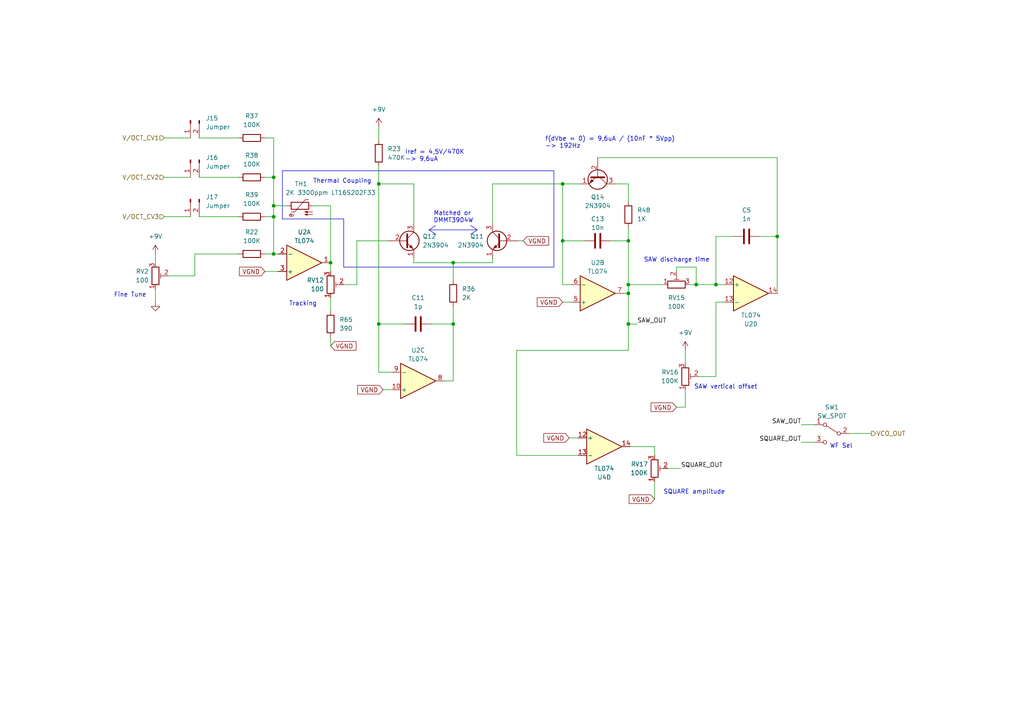
<source format=kicad_sch>
(kicad_sch (version 20230121) (generator eeschema)
  (paper "A4")
  (title_block (title "Liv Synth - VCO") (date "2022-07-18") (rev "${Version}") (company "SloBlo Labs"))
  (lib_symbols
    (symbol "Amplifier_Operational:TL074" (pin_names (offset 0.127))
      (property "Reference" "U" (at 0 5.08 0))
      (property "Value" "TL074" (at 0 -5.08 0))
      (symbol "TL074_1_1"
        (polyline (pts (xy -5.08 5.08) (xy 5.08 0) (xy -5.08 -5.08) (xy -5.08 5.08)) (stroke (width 0.254)) (fill (type background)))
        (pin output line (at 7.62 0 180) (length 2.54) (name "~") (number "1"))
        (pin input line (at -7.62 -2.54 0) (length 2.54) (name "-") (number "2"))
        (pin input line (at -7.62 2.54 0) (length 2.54) (name "+") (number "3"))
      )
      (symbol "TL074_2_1"
        (polyline (pts (xy -5.08 5.08) (xy 5.08 0) (xy -5.08 -5.08) (xy -5.08 5.08)) (stroke (width 0.254)) (fill (type background)))
        (pin input line (at -7.62 2.54 0) (length 2.54) (name "+") (number "5"))
        (pin input line (at -7.62 -2.54 0) (length 2.54) (name "-") (number "6"))
        (pin output line (at 7.62 0 180) (length 2.54) (name "~") (number "7"))
      )
      (symbol "TL074_3_1"
        (polyline (pts (xy -5.08 5.08) (xy 5.08 0) (xy -5.08 -5.08) (xy -5.08 5.08)) (stroke (width 0.254)) (fill (type background)))
        (pin input line (at -7.62 2.54 0) (length 2.54) (name "+") (number "10"))
        (pin output line (at 7.62 0 180) (length 2.54) (name "~") (number "8"))
        (pin input line (at -7.62 -2.54 0) (length 2.54) (name "-") (number "9"))
      )
      (symbol "TL074_4_1"
        (polyline (pts (xy -5.08 5.08) (xy 5.08 0) (xy -5.08 -5.08) (xy -5.08 5.08)) (stroke (width 0.254)) (fill (type background)))
        (pin input line (at -7.62 2.54 0) (length 2.54) (name "+") (number "12"))
        (pin input line (at -7.62 -2.54 0) (length 2.54) (name "-") (number "13"))
        (pin output line (at 7.62 0 180) (length 2.54) (name "~") (number "14"))
      )
      (symbol "TL074_5_1"
        (pin power_in line (at -2.54 -7.62 90) (length 3.81) (name "V-") (number "11"))
        (pin power_in line (at -2.54 7.62 270) (length 3.81) (name "V+") (number "4"))
      )
    )
    (symbol "Connector:Conn_01x02_Male" (pin_names (offset 1.016) hide)
      (property "Reference" "J" (at 0 2.54 0))
      (property "Value" "Conn_01x02_Male" (at 0 -5.08 0))
      (symbol "Conn_01x02_Male_1_1"
        (polyline (pts (xy 1.27 -2.54) (xy 0.8636 -2.54)) (stroke (width 0.1524)))
        (polyline (pts (xy 1.27 0) (xy 0.8636 0)) (stroke (width 0.1524)))
        (rectangle (start 0.8636 -2.413) (end 0 -2.667) (stroke (width 0.1524)) (fill (type outline)))
        (rectangle (start 0.8636 0.127) (end 0 -0.127) (stroke (width 0.1524)) (fill (type outline)))
        (pin passive line (at 5.08 0 180) (length 3.81) (name "Pin_1") (number "1"))
        (pin passive line (at 5.08 -2.54 180) (length 3.81) (name "Pin_2") (number "2"))
      )
    )
    (symbol "Device:C" (pin_numbers hide) (pin_names (offset 0.254))
      (property "Reference" "C" (at 0.635 2.54 0))
      (property "Value" "C" (at 0.635 -2.54 0))
      (symbol "C_0_1"
        (polyline (pts (xy -2.032 -0.762) (xy 2.032 -0.762)) (stroke (width 0.508)))
        (polyline (pts (xy -2.032 0.762) (xy 2.032 0.762)) (stroke (width 0.508)))
      )
      (symbol "C_1_1"
        (pin passive line (at 0 3.81 270) (length 2.794) (name "~") (number "1"))
        (pin passive line (at 0 -3.81 90) (length 2.794) (name "~") (number "2"))
      )
    )
    (symbol "Device:R" (pin_numbers hide) (pin_names (offset 0))
      (property "Reference" "R" (at 2.032 0 90))
      (property "Value" "R" (at 0 0 90))
      (symbol "R_0_1"
        (rectangle (start -1.016 -2.54) (end 1.016 2.54) (stroke (width 0.254)))
      )
      (symbol "R_1_1"
        (pin passive line (at 0 3.81 270) (length 1.27) (name "~") (number "1"))
        (pin passive line (at 0 -3.81 90) (length 1.27) (name "~") (number "2"))
      )
    )
    (symbol "Device:R_Potentiometer_Trim" (pin_names (offset 1.016) hide)
      (property "Reference" "RV" (at -4.445 0 90))
      (property "Value" "R_Potentiometer_Trim" (at -2.54 0 90))
      (symbol "R_Potentiometer_Trim_0_1"
        (polyline (pts (xy 1.524 0.762) (xy 1.524 -0.762)))
        (polyline (pts (xy 2.54 0) (xy 1.524 0)))
        (rectangle (start 1.016 2.54) (end -1.016 -2.54) (stroke (width 0.254)))
      )
      (symbol "R_Potentiometer_Trim_1_1"
        (pin passive line (at 0 3.81 270) (length 1.27) (name "1") (number "1"))
        (pin passive line (at 3.81 0 180) (length 1.27) (name "2") (number "2"))
        (pin passive line (at 0 -3.81 90) (length 1.27) (name "3") (number "3"))
      )
    )
    (symbol "Device:Thermistor_PTC" (pin_numbers hide) (pin_names (offset 0))
      (property "Reference" "TH" (at -4.064 0 90))
      (property "Value" "Thermistor_PTC" (at 3.048 0 90))
      (symbol "Thermistor_PTC_0_1"
        (arc (start -3.048 2.159) (mid -3.0495 2.3143) (end -3.175 2.413))
        (arc (start -3.048 2.159) (mid -2.9736 1.9794) (end -2.794 1.905))
        (arc (start -3.048 2.794) (mid -2.9736 2.6144) (end -2.794 2.54))
        (arc (start -2.794 1.905) (mid -2.6144 1.9794) (end -2.54 2.159))
        (arc (start -2.794 2.54) (mid -2.4393 2.5587) (end -2.159 2.794))
        (arc (start -2.794 3.048) (mid -2.9736 2.9736) (end -3.048 2.794))
        (arc (start -2.54 2.794) (mid -2.6144 2.9736) (end -2.794 3.048))
        (rectangle (start -1.016 2.54) (end 1.016 -2.54) (stroke (width 0.254)))
        (polyline (pts (xy -2.54 2.159) (xy -2.54 2.794)))
        (polyline (pts (xy -1.778 2.54) (xy -1.778 1.524) (xy 1.778 -1.524) (xy 1.778 -2.54)))
        (polyline (pts (xy -2.54 -3.683) (xy -2.54 -1.397) (xy -2.794 -2.159) (xy -2.286 -2.159) (xy -2.54 -1.397) (xy -2.54 -1.651)) (fill (type outline)))
        (polyline (pts (xy -1.778 -3.683) (xy -1.778 -1.397) (xy -2.032 -2.159) (xy -1.524 -2.159) (xy -1.778 -1.397) (xy -1.778 -1.651)) (fill (type outline)))
      )
      (symbol "Thermistor_PTC_1_1"
        (pin passive line (at 0 3.81 270) (length 1.27) (name "~") (number "1"))
        (pin passive line (at 0 -3.81 90) (length 1.27) (name "~") (number "2"))
      )
    )
    (symbol "Switch:SW_SPDT" (pin_names (offset 0) hide)
      (property "Reference" "SW" (at 0 4.318 0))
      (property "Value" "SW_SPDT" (at 0 -5.08 0))
      (symbol "SW_SPDT_0_0"
        (circle (center -2.032 0) (radius 0.508))
        (circle (center 2.032 -2.54) (radius 0.508))
      )
      (symbol "SW_SPDT_0_1"
        (polyline (pts (xy -1.524 0.254) (xy 1.651 2.286)))
        (circle (center 2.032 2.54) (radius 0.508))
      )
      (symbol "SW_SPDT_1_1"
        (pin passive line (at 5.08 2.54 180) (length 2.54) (name "A") (number "1"))
        (pin passive line (at -5.08 0 0) (length 2.54) (name "B") (number "2"))
        (pin passive line (at 5.08 -2.54 180) (length 2.54) (name "C") (number "3"))
      )
    )
    (symbol "Transistor_BJT:2N3904" (pin_names (offset 0) hide)
      (property "Reference" "Q" (at 5.08 1.905 0))
      (property "Value" "2N3904" (at 5.08 0 0))
      (symbol "2N3904_0_1"
        (polyline (pts (xy 0.635 0.635) (xy 2.54 2.54)))
        (polyline (pts (xy 0.635 -0.635) (xy 2.54 -2.54) (xy 2.54 -2.54)))
        (polyline (pts (xy 0.635 1.905) (xy 0.635 -1.905) (xy 0.635 -1.905)) (stroke (width 0.508)))
        (polyline (pts (xy 1.27 -1.778) (xy 1.778 -1.27) (xy 2.286 -2.286) (xy 1.27 -1.778) (xy 1.27 -1.778)) (fill (type outline)))
        (circle (center 1.27 0) (radius 2.8194) (stroke (width 0.254)))
      )
      (symbol "2N3904_1_1"
        (pin passive line (at 2.54 -5.08 90) (length 2.54) (name "E") (number "1"))
        (pin passive line (at -5.08 0 0) (length 5.715) (name "B") (number "2"))
        (pin passive line (at 2.54 5.08 270) (length 2.54) (name "C") (number "3"))
      )
    )
    (symbol "power:+9V" (power) (pin_names (offset 0))
      (property "Value" "+9V" (at 0 3.556 0))
      (symbol "+9V_0_1"
        (polyline (pts (xy -0.762 1.27) (xy 0 2.54)))
        (polyline (pts (xy 0 0) (xy 0 2.54)))
        (polyline (pts (xy 0 2.54) (xy 0.762 1.27)))
      )
      (symbol "+9V_1_1"
        (pin power_in line (at 0 0 90) (length 0) hide (name "+9V") (number "1"))
      )
    )
    (symbol "power:GND" (power) (pin_names (offset 0))
      (property "Value" "GND" (at 0 -3.81 0))
      (symbol "GND_0_1"
        (polyline (pts (xy 0 0) (xy 0 -1.27) (xy 1.27 -1.27) (xy 0 -2.54) (xy -1.27 -1.27) (xy 0 -1.27)))
      )
      (symbol "GND_1_1"
        (pin power_in line (at 0 0 270) (length 0) hide (name "GND") (number "1"))
      )
    )
  )
  (junction (at 79.375 59.69))
  (junction (at 201.93 82.55))
  (junction (at 207.645 82.55))
  (junction (at 79.375 73.66))
  (junction (at 95.885 76.2))
  (junction (at 109.855 93.98))
  (junction (at 131.445 93.98))
  (junction (at 163.195 69.85))
  (junction (at 225.425 68.58))
  (junction (at 182.245 69.85))
  (junction (at 79.375 51.435))
  (junction (at 182.245 82.55))
  (junction (at 182.245 85.09))
  (junction (at 163.195 53.34))
  (junction (at 182.245 93.98))
  (junction (at 109.855 53.34))
  (junction (at 79.375 62.865))
  (junction (at 131.445 76.2))
  (wire (pts (xy 177.165 69.85) (xy 182.245 69.85)))
  (wire (pts (xy 79.375 73.66) (xy 80.645 73.66)))
  (polyline (pts (xy 81.915 49.53) (xy 160.655 49.53)))
  (wire (pts (xy 149.86 101.6) (xy 149.86 132.08)))
  (wire (pts (xy 109.855 36.83) (xy 109.855 40.64)))
  (wire (pts (xy 207.645 109.22) (xy 202.565 109.22)))
  (wire (pts (xy 178.435 53.34) (xy 182.245 53.34)))
  (wire (pts (xy 201.93 77.47) (xy 201.93 82.55)))
  (wire (pts (xy 196.215 118.11) (xy 198.755 118.11)))
  (wire (pts (xy 163.195 82.55) (xy 165.735 82.55)))
  (wire (pts (xy 182.245 66.04) (xy 182.245 69.85)))
  (wire (pts (xy 149.86 101.6) (xy 182.245 101.6)))
  (wire (pts (xy 109.855 93.98) (xy 117.475 93.98)))
  (wire (pts (xy 207.645 68.58) (xy 207.645 82.55)))
  (wire (pts (xy 131.445 110.49) (xy 131.445 93.98)))
  (wire (pts (xy 163.195 82.55) (xy 163.195 69.85)))
  (wire (pts (xy 95.885 97.79) (xy 95.885 100.33)))
  (wire (pts (xy 232.41 123.19) (xy 236.22 123.19)))
  (wire (pts (xy 193.675 135.89) (xy 197.485 135.89)))
  (wire (pts (xy 212.725 68.58) (xy 207.645 68.58)))
  (wire (pts (xy 76.835 73.66) (xy 79.375 73.66)))
  (wire (pts (xy 142.875 53.34) (xy 163.195 53.34)))
  (wire (pts (xy 56.515 80.01) (xy 56.515 73.66)))
  (wire (pts (xy 109.855 48.26) (xy 109.855 53.34)))
  (wire (pts (xy 220.345 68.58) (xy 225.425 68.58)))
  (wire (pts (xy 57.785 51.435) (xy 69.215 51.435)))
  (wire (pts (xy 128.905 110.49) (xy 131.445 110.49)))
  (wire (pts (xy 120.015 53.34) (xy 120.015 64.77)))
  (wire (pts (xy 198.755 118.11) (xy 198.755 113.03)))
  (wire (pts (xy 182.245 93.98) (xy 184.785 93.98)))
  (polyline (pts (xy 136.525 65.405) (xy 138.43 66.675)))
  (wire (pts (xy 103.505 69.85) (xy 103.505 82.55)))
  (wire (pts (xy 173.355 45.72) (xy 225.425 45.72)))
  (wire (pts (xy 95.885 86.36) (xy 95.885 90.17)))
  (wire (pts (xy 47.625 40.005) (xy 55.245 40.005)))
  (wire (pts (xy 109.855 53.34) (xy 120.015 53.34)))
  (polyline (pts (xy 126.365 65.405) (xy 124.46 66.675)))
  (wire (pts (xy 207.645 87.63) (xy 207.645 109.22)))
  (wire (pts (xy 225.425 68.58) (xy 225.425 45.72)))
  (wire (pts (xy 109.855 53.34) (xy 109.855 93.98)))
  (wire (pts (xy 120.015 76.2) (xy 131.445 76.2)))
  (wire (pts (xy 182.245 53.34) (xy 182.245 58.42)))
  (wire (pts (xy 210.185 87.63) (xy 207.645 87.63)))
  (wire (pts (xy 163.195 69.85) (xy 163.195 53.34)))
  (wire (pts (xy 182.245 85.09) (xy 180.975 85.09)))
  (wire (pts (xy 196.215 77.47) (xy 201.93 77.47)))
  (wire (pts (xy 109.855 93.98) (xy 109.855 107.95)))
  (wire (pts (xy 246.38 125.73) (xy 252.73 125.73)))
  (polyline (pts (xy 160.655 77.47) (xy 99.695 77.47)))
  (wire (pts (xy 76.835 51.435) (xy 79.375 51.435)))
  (wire (pts (xy 163.195 87.63) (xy 165.735 87.63)))
  (wire (pts (xy 47.625 62.865) (xy 55.245 62.865)))
  (wire (pts (xy 111.125 113.03) (xy 113.665 113.03)))
  (wire (pts (xy 79.375 51.435) (xy 79.375 59.69)))
  (wire (pts (xy 79.375 62.865) (xy 79.375 59.69)))
  (wire (pts (xy 182.245 69.85) (xy 182.245 82.55)))
  (polyline (pts (xy 160.655 49.53) (xy 160.655 77.47)))
  (wire (pts (xy 79.375 40.005) (xy 79.375 51.435)))
  (wire (pts (xy 182.88 129.54) (xy 189.865 129.54)))
  (wire (pts (xy 201.93 82.55) (xy 207.645 82.55)))
  (wire (pts (xy 207.645 82.55) (xy 210.185 82.55)))
  (polyline (pts (xy 99.695 77.47) (xy 99.695 63.5)))
  (polyline (pts (xy 124.46 66.675) (xy 126.365 67.945)))
  (polyline (pts (xy 81.915 49.53) (xy 81.915 63.5)))
  (wire (pts (xy 150.495 69.85) (xy 151.765 69.85)))
  (wire (pts (xy 131.445 76.2) (xy 142.875 76.2)))
  (wire (pts (xy 120.015 74.93) (xy 120.015 76.2)))
  (wire (pts (xy 165.1 127) (xy 167.64 127)))
  (wire (pts (xy 189.865 144.78) (xy 189.865 139.7)))
  (wire (pts (xy 57.785 62.865) (xy 69.215 62.865)))
  (wire (pts (xy 90.805 59.69) (xy 95.885 59.69)))
  (wire (pts (xy 196.215 78.74) (xy 196.215 77.47)))
  (wire (pts (xy 103.505 69.85) (xy 112.395 69.85)))
  (wire (pts (xy 182.245 82.55) (xy 182.245 85.09)))
  (wire (pts (xy 232.41 128.27) (xy 236.22 128.27)))
  (wire (pts (xy 45.085 76.2) (xy 45.085 73.66)))
  (wire (pts (xy 142.875 64.77) (xy 142.875 53.34)))
  (wire (pts (xy 56.515 73.66) (xy 69.215 73.66)))
  (wire (pts (xy 163.195 69.85) (xy 169.545 69.85)))
  (wire (pts (xy 47.625 51.435) (xy 55.245 51.435)))
  (wire (pts (xy 95.885 76.2) (xy 95.885 78.74)))
  (wire (pts (xy 182.245 85.09) (xy 182.245 93.98)))
  (polyline (pts (xy 124.46 66.675) (xy 138.43 66.675)))
  (wire (pts (xy 131.445 93.98) (xy 131.445 88.9)))
  (wire (pts (xy 95.885 59.69) (xy 95.885 76.2)))
  (wire (pts (xy 125.095 93.98) (xy 131.445 93.98)))
  (wire (pts (xy 131.445 76.2) (xy 131.445 81.28)))
  (wire (pts (xy 57.785 40.005) (xy 69.215 40.005)))
  (polyline (pts (xy 136.525 67.945) (xy 138.43 66.675)))
  (wire (pts (xy 182.245 101.6) (xy 182.245 93.98)))
  (polyline (pts (xy 99.695 63.5) (xy 81.915 63.5)))
  (wire (pts (xy 99.695 82.55) (xy 103.505 82.55)))
  (wire (pts (xy 109.855 107.95) (xy 113.665 107.95)))
  (wire (pts (xy 76.835 62.865) (xy 79.375 62.865)))
  (wire (pts (xy 142.875 76.2) (xy 142.875 74.93)))
  (wire (pts (xy 198.755 101.6) (xy 198.755 105.41)))
  (wire (pts (xy 76.835 40.005) (xy 79.375 40.005)))
  (wire (pts (xy 189.865 129.54) (xy 189.865 132.08)))
  (wire (pts (xy 45.085 83.82) (xy 45.085 87.63)))
  (wire (pts (xy 163.195 53.34) (xy 168.275 53.34)))
  (wire (pts (xy 149.86 132.08) (xy 167.64 132.08)))
  (wire (pts (xy 79.375 73.66) (xy 79.375 62.865)))
  (wire (pts (xy 48.895 80.01) (xy 56.515 80.01)))
  (wire (pts (xy 76.835 78.74) (xy 80.645 78.74)))
  (wire (pts (xy 182.245 82.55) (xy 192.405 82.55)))
  (wire (pts (xy 200.025 82.55) (xy 201.93 82.55)))
  (wire (pts (xy 225.425 85.09) (xy 225.425 68.58)))
  (wire (pts (xy 79.375 59.69) (xy 83.185 59.69)))
  (text "f(dVbe = 0) = 9,6uA / (10nF * 5Vpp)\n-> 192Hz" (at 158.115 43.18 0) (effects (font (size 1.27 1.27)) (justify left bottom)))
  (text "WF Sel" (at 240.665 130.175 0) (effects (font (size 1.27 1.27)) (justify left bottom)))
  (text "SAW discharge time" (at 186.69 76.2 0) (effects (font (size 1.27 1.27)) (justify left bottom)))
  (text "Iref = 4,5V/470K\n-> 9,6uA" (at 117.475 46.99 0) (effects (font (size 1.27 1.27)) (justify left bottom)))
  (text "Tracking" (at 83.82 88.9 0) (effects (font (size 1.27 1.27)) (justify left bottom)))
  (text "Matched or\nDMMT3904W" (at 125.73 64.77 0) (effects (font (size 1.27 1.27)) (justify left bottom)))
  (text "SQUARE amplitude" (at 192.405 143.51 0) (effects (font (size 1.27 1.27)) (justify left bottom)))
  (text "Thermal Coupling" (at 90.805 53.34 0) (effects (font (size 1.27 1.27)) (justify left bottom)))
  (text "Fine Tune" (at 33.02 86.36 0) (effects (font (size 1.27 1.27)) (justify left bottom)))
  (text "SAW vertical offset" (at 201.295 113.03 0) (effects (font (size 1.27 1.27)) (justify left bottom)))
  (label "SQUARE_OUT" (at 197.485 135.89 0))
  (label "SAW_OUT" (at 232.41 123.19 180))
  (label "SAW_OUT" (at 184.785 93.98 0))
  (label "SQUARE_OUT" (at 232.41 128.27 180))
  (global_label "VGND" (shape input) (at 151.765 69.85 0) (property "Intersheetrefs" "${INTERSHEET_REFS}" (effects hide)))
  (global_label "VGND" (shape input) (at 196.215 118.11 180) (property "Intersheetrefs" "${INTERSHEET_REFS}" (effects hide)))
  (global_label "VGND" (shape input) (at 165.1 127 180) (property "Intersheetrefs" "${INTERSHEET_REFS}" (effects hide)))
  (global_label "VGND" (shape input) (at 163.195 87.63 180) (property "Intersheetrefs" "${INTERSHEET_REFS}" (effects hide)))
  (global_label "VGND" (shape input) (at 111.125 113.03 180) (property "Intersheetrefs" "${INTERSHEET_REFS}" (effects hide)))
  (global_label "VGND" (shape input) (at 95.885 100.33 0) (property "Intersheetrefs" "${INTERSHEET_REFS}" (effects hide)))
  (global_label "VGND" (shape input) (at 189.865 144.78 180) (property "Intersheetrefs" "${INTERSHEET_REFS}" (effects hide)))
  (global_label "VGND" (shape input) (at 76.835 78.74 180) (property "Intersheetrefs" "${INTERSHEET_REFS}" (effects hide)))
  (hierarchical_label "VCO_OUT" (shape output) (at 252.73 125.73 0))
  (hierarchical_label "V{slash}OCT_CV1" (shape input) (at 47.625 40.005 180))
  (hierarchical_label "V{slash}OCT_CV2" (shape input) (at 47.625 51.435 180))
  (hierarchical_label "V{slash}OCT_CV3" (shape input) (at 47.625 62.865 180))
  (symbol (lib_id "Device:R") (at 73.025 62.865 90) (unit 1)
    (property "Reference" "R39" (at 73.025 56.515 90))
    (property "Value" "100K" (at 73.025 59.055 90))
    (property "Footprint" "Resistor_THT:R_Axial_DIN0207_L6.3mm_D2.5mm_P7.62mm_Horizontal" (effects hide))
  )
  (symbol (lib_id "Connector:Conn_01x02_Male") (at 55.245 46.355 90) (mirror x) (unit 1)
    (property "Reference" "J16" (at 59.69 45.7199 90) (effects (justify right)))
    (property "Value" "Jumper" (at 59.69 48.2599 90) (effects (justify right)))
    (property "Footprint" "Connector_PinHeader_2.54mm:PinHeader_1x02_P2.54mm_Vertical" (effects hide))
  )
  (symbol (lib_id "Device:R") (at 182.245 62.23 0) (unit 1)
    (property "Reference" "R48" (at 184.785 60.9599 0) (effects (justify left)))
    (property "Value" "1K" (at 184.785 63.4999 0) (effects (justify left)))
    (property "Footprint" "Resistor_THT:R_Axial_DIN0207_L6.3mm_D2.5mm_P7.62mm_Horizontal" (effects hide))
  )
  (symbol (lib_id "power:+9V") (at 109.855 36.83 0) (unit 1)
    (property "Reference" "#PWR046" (effects hide))
    (property "Value" "+9V" (at 109.855 31.75 0))
  )
  (symbol (lib_id "Amplifier_Operational:TL074") (at 88.265 76.2 0) (mirror x) (unit 1)
    (property "Reference" "U2" (at 88.265 67.31 0))
    (property "Value" "TL074" (at 88.265 69.85 0))
    (property "Footprint" "Package_SO:SOIC-14_3.9x8.7mm_P1.27mm" (effects hide))
    (property "Datasheet" "http://www.ti.com/lit/ds/symlink/tl071.pdf" (effects hide))
    (property "LCSC" "C2057504" (effects hide))
  )
  (symbol (lib_id "Device:R") (at 131.445 85.09 0) (unit 1)
    (property "Reference" "R36" (at 133.985 83.8199 0) (effects (justify left)))
    (property "Value" "2K" (at 133.985 86.3599 0) (effects (justify left)))
    (property "Footprint" "Resistor_THT:R_Axial_DIN0207_L6.3mm_D2.5mm_P7.62mm_Horizontal" (effects hide))
  )
  (symbol (lib_id "Device:C") (at 121.285 93.98 90) (unit 1)
    (property "Reference" "C11" (at 121.285 86.36 90))
    (property "Value" "1p" (at 121.285 88.9 90))
    (property "Footprint" "Capacitor_THT:C_Disc_D3.0mm_W1.6mm_P2.50mm" (effects hide))
  )
  (symbol (lib_id "power:+9V") (at 45.085 73.66 0) (unit 1)
    (property "Reference" "#PWR047" (effects hide))
    (property "Value" "+9V" (at 45.085 68.58 0))
  )
  (symbol (lib_id "power:GND") (at 45.085 87.63 0) (unit 1)
    (property "Reference" "#PWR048" (effects hide))
    (property "Value" "GND" (effects hide))
  )
  (symbol (lib_id "Amplifier_Operational:TL074") (at 175.26 129.54 0) (unit 4)
    (property "Reference" "U4" (at 175.26 138.43 0))
    (property "Value" "TL074" (at 175.26 135.89 0))
    (property "Footprint" "Package_SO:SOIC-14_3.9x8.7mm_P1.27mm" (effects hide))
    (property "Datasheet" "http://www.ti.com/lit/ds/symlink/tl071.pdf" (effects hide))
    (property "LCSC" "C2057504" (effects hide))
  )
  (symbol (lib_id "Device:R") (at 73.025 51.435 90) (unit 1)
    (property "Reference" "R38" (at 73.025 45.085 90))
    (property "Value" "100K" (at 73.025 47.625 90))
    (property "Footprint" "Resistor_THT:R_Axial_DIN0207_L6.3mm_D2.5mm_P7.62mm_Horizontal" (effects hide))
  )
  (symbol (lib_id "Device:R_Potentiometer_Trim") (at 198.755 109.22 0) (mirror x) (unit 1)
    (property "Reference" "RV16" (at 196.85 107.9499 0) (effects (justify right)))
    (property "Value" "100K" (at 196.85 110.4899 0) (effects (justify right)))
    (property "Footprint" "SloBlo:Potentiometer_Bourns_3296W_Vertical" (effects hide))
  )
  (symbol (lib_id "Transistor_BJT:2N3904") (at 145.415 69.85 0) (mirror y) (unit 1)
    (property "Reference" "Q11" (at 140.335 68.5799 0) (effects (justify left)))
    (property "Value" "2N3904" (at 140.335 71.1199 0) (effects (justify left)))
    (property "Footprint" "Package_TO_SOT_THT:TO-92_Inline" (effects hide))
    (property "Datasheet" "https://www.onsemi.com/pub/Collateral/2N3903-D.PDF" (effects hide))
  )
  (symbol (lib_id "Device:R_Potentiometer_Trim") (at 95.885 82.55 0) (mirror x) (unit 1)
    (property "Reference" "RV12" (at 93.98 81.2799 0) (effects (justify right)))
    (property "Value" "100" (at 93.98 83.8199 0) (effects (justify right)))
    (property "Footprint" "SloBlo:Potentiometer_Bourns_3296W_Vertical" (effects hide))
  )
  (symbol (lib_id "Device:R") (at 73.025 73.66 90) (unit 1)
    (property "Reference" "R22" (at 73.025 67.31 90))
    (property "Value" "100K" (at 73.025 69.85 90))
    (property "Footprint" "Resistor_THT:R_Axial_DIN0207_L6.3mm_D2.5mm_P7.62mm_Horizontal" (effects hide))
  )
  (symbol (lib_id "Device:C") (at 173.355 69.85 90) (unit 1)
    (property "Reference" "C13" (at 173.355 63.5 90))
    (property "Value" "10n" (at 173.355 66.04 90))
    (property "Footprint" "Capacitor_THT:C_Rect_L7.2mm_W2.5mm_P5.00mm_FKS2_FKP2_MKS2_MKP2" (effects hide))
  )
  (symbol (lib_id "Transistor_BJT:2N3904") (at 173.355 50.8 270) (unit 1)
    (property "Reference" "Q14" (at 173.355 57.15 90))
    (property "Value" "2N3904" (at 173.355 59.69 90))
    (property "Footprint" "Package_TO_SOT_THT:TO-92_Inline" (effects hide))
    (property "Datasheet" "https://www.onsemi.com/pub/Collateral/2N3903-D.PDF" (effects hide))
  )
  (symbol (lib_id "Connector:Conn_01x02_Male") (at 55.245 57.785 90) (mirror x) (unit 1)
    (property "Reference" "J17" (at 59.69 57.1499 90) (effects (justify right)))
    (property "Value" "Jumper" (at 59.69 59.6899 90) (effects (justify right)))
    (property "Footprint" "Connector_PinHeader_2.54mm:PinHeader_1x02_P2.54mm_Vertical" (effects hide))
  )
  (symbol (lib_id "Amplifier_Operational:TL074") (at 121.285 110.49 0) (mirror x) (unit 3)
    (property "Reference" "U2" (at 121.285 101.6 0))
    (property "Value" "TL074" (at 121.285 104.14 0))
    (property "Footprint" "Package_SO:SOIC-14_3.9x8.7mm_P1.27mm" (effects hide))
    (property "Datasheet" "http://www.ti.com/lit/ds/symlink/tl071.pdf" (effects hide))
    (property "LCSC" "C2057504" (effects hide))
  )
  (symbol (lib_id "Device:R_Potentiometer_Trim") (at 196.215 82.55 90) (unit 1)
    (property "Reference" "RV15" (at 196.215 86.36 90))
    (property "Value" "100K" (at 196.215 88.9 90))
    (property "Footprint" "SloBlo:Potentiometer_Bourns_3296W_Vertical" (effects hide))
  )
  (symbol (lib_id "power:+9V") (at 198.755 101.6 0) (unit 1)
    (property "Reference" "#PWR049" (effects hide))
    (property "Value" "+9V" (at 198.755 96.52 0))
  )
  (symbol (lib_id "Device:C") (at 216.535 68.58 90) (unit 1)
    (property "Reference" "C5" (at 216.535 60.96 90))
    (property "Value" "1n" (at 216.535 63.5 90))
    (property "Footprint" "Capacitor_THT:C_Rect_L7.2mm_W2.5mm_P5.00mm_FKS2_FKP2_MKS2_MKP2" (effects hide))
  )
  (symbol (lib_id "Device:Thermistor_PTC") (at 86.995 59.69 90) (unit 1)
    (property "Reference" "TH1" (at 87.3125 53.34 90))
    (property "Value" "2K 3300ppm LT16S202F33" (at 95.885 55.88 90))
    (property "Footprint" "Resistor_THT:R_Axial_DIN0207_L6.3mm_D2.5mm_P7.62mm_Horizontal" (effects hide))
  )
  (symbol (lib_id "Amplifier_Operational:TL074") (at 217.805 85.09 0) (unit 4)
    (property "Reference" "U2" (at 217.805 93.98 0))
    (property "Value" "TL074" (at 217.805 91.44 0))
    (property "Footprint" "Package_SO:SOIC-14_3.9x8.7mm_P1.27mm" (effects hide))
    (property "Datasheet" "http://www.ti.com/lit/ds/symlink/tl071.pdf" (effects hide))
    (property "LCSC" "C2057504" (effects hide))
  )
  (symbol (lib_id "Connector:Conn_01x02_Male") (at 55.245 34.925 90) (mirror x) (unit 1)
    (property "Reference" "J15" (at 59.69 34.2899 90) (effects (justify right)))
    (property "Value" "Jumper" (at 59.69 36.8299 90) (effects (justify right)))
    (property "Footprint" "Connector_PinHeader_2.54mm:PinHeader_1x02_P2.54mm_Vertical" (effects hide))
  )
  (symbol (lib_id "Switch:SW_SPDT") (at 241.3 125.73 0) (mirror y) (unit 1)
    (property "Reference" "SW1" (at 241.3 118.11 0))
    (property "Value" "SW_SPDT" (at 241.3 120.65 0))
    (property "Footprint" "SloBlo:SW_Toggle_MS500" (effects hide))
  )
  (symbol (lib_id "Device:R") (at 73.025 40.005 90) (unit 1)
    (property "Reference" "R37" (at 73.025 33.655 90))
    (property "Value" "100K" (at 73.025 36.195 90))
    (property "Footprint" "Resistor_THT:R_Axial_DIN0207_L6.3mm_D2.5mm_P7.62mm_Horizontal" (effects hide))
  )
  (symbol (lib_id "Device:R_Potentiometer_Trim") (at 45.085 80.01 0) (mirror x) (unit 1)
    (property "Reference" "RV2" (at 43.18 78.7399 0) (effects (justify right)))
    (property "Value" "100" (at 43.18 81.2799 0) (effects (justify right)))
    (property "Footprint" "SloBlo:Potentiometer_Bourns_3296W_Vertical" (effects hide))
  )
  (symbol (lib_id "Transistor_BJT:2N3904") (at 117.475 69.85 0) (unit 1)
    (property "Reference" "Q12" (at 122.555 68.5799 0) (effects (justify left)))
    (property "Value" "2N3904" (at 122.555 71.1199 0) (effects (justify left)))
    (property "Footprint" "Package_TO_SOT_THT:TO-92_Inline" (effects hide))
    (property "Datasheet" "https://www.onsemi.com/pub/Collateral/2N3903-D.PDF" (effects hide))
  )
  (symbol (lib_id "Device:R") (at 95.885 93.98 0) (unit 1)
    (property "Reference" "R65" (at 98.425 92.7099 0) (effects (justify left)))
    (property "Value" "390" (at 98.425 95.2499 0) (effects (justify left)))
    (property "Footprint" "Resistor_THT:R_Axial_DIN0207_L6.3mm_D2.5mm_P7.62mm_Horizontal" (effects hide))
  )
  (symbol (lib_id "Device:R") (at 109.855 44.45 0) (unit 1)
    (property "Reference" "R23" (at 112.395 43.1799 0) (effects (justify left)))
    (property "Value" "470K" (at 112.395 45.72 0) (effects (justify left)))
    (property "Footprint" "Resistor_THT:R_Axial_DIN0207_L6.3mm_D2.5mm_P7.62mm_Horizontal" (effects hide))
  )
  (symbol (lib_id "Amplifier_Operational:TL074") (at 173.355 85.09 0) (mirror x) (unit 2)
    (property "Reference" "U2" (at 173.355 76.2 0))
    (property "Value" "TL074" (at 173.355 78.74 0))
    (property "Footprint" "Package_SO:SOIC-14_3.9x8.7mm_P1.27mm" (effects hide))
    (property "Datasheet" "http://www.ti.com/lit/ds/symlink/tl071.pdf" (effects hide))
    (property "LCSC" "C2057504" (effects hide))
  )
  (symbol (lib_id "Device:R_Potentiometer_Trim") (at 189.865 135.89 0) (mirror x) (unit 1)
    (property "Reference" "RV17" (at 187.96 134.6199 0) (effects (justify right)))
    (property "Value" "100K" (at 187.96 137.1599 0) (effects (justify right)))
    (property "Footprint" "SloBlo:Potentiometer_Bourns_3296W_Vertical" (effects hide))
  )
)
</source>
